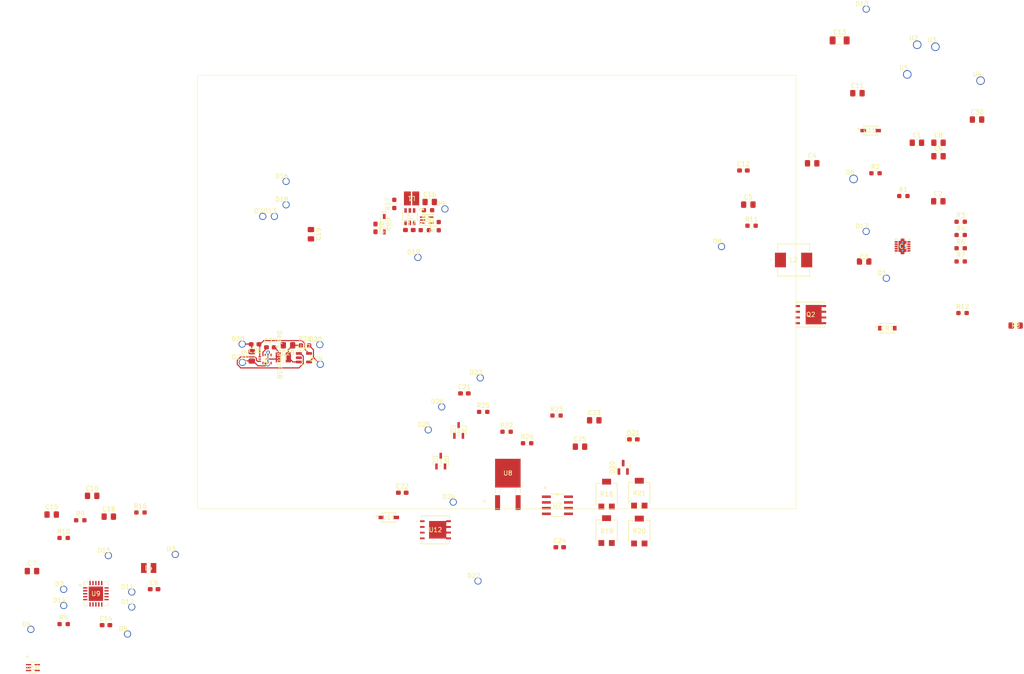
<source format=kicad_pcb>
(kicad_pcb (version 20221018) (generator pcbnew)
  (layers (0 "F.Cu" signal) (31 "B.Cu" signal) (34 "B.Paste" user) (35 "F.Paste" user) (36 "B.SilkS" user "B.Silkscreen") (37 "F.SilkS" user "F.Silkscreen") (38 "B.Mask" user) (39 "F.Mask" user) (44 "Edge.Cuts" user))
  (net 0 "")
  (net 1 "Net-(IC1-FB)")
  (net 2 "Net-(IC1-COMP)")
  (net 3 "Net-(IC1-RC)")
  (net 4 "Net-(IC1-SS)")
  (net 5 "Net-(D8-Conn)")
  (net 6 "Net-(C2-Pad1)")
  (net 7 "Net-(IC1-BP)")
  (net 8 "Net-(IC1-ISNS)")
  (net 9 "Net-(D10-Conn)")
  (net 10 "Net-(U9-BST)")
  (net 11 "Net-(D6-Conn)")
  (net 12 "Net-(C6-Pad2)")
  (net 13 "Net-(D2-Conn)")
  (net 14 "Net-(IC1-GDRV)")
  (net 15 "Net-(L2-Pad1)")
  (net 16 "Net-(D15-Conn)")
  (net 17 "Net-(D11-Conn)")
  (net 18 "GND")
  (net 19 "Net-(U9-SS)")
  (net 20 "Net-(D3-Conn)")
  (net 21 "Net-(D7-Conn)")
  (net 22 "Net-(D18-Conn)")
  (net 23 "Net-(U1-CB)")
  (net 24 "Net-(U1-SW)")
  (net 25 "Net-(D16-Conn)")
  (net 26 "Net-(U6-V+)")
  (net 27 "Net-(U8-VOUT)")
  (net 28 "GND1")
  (net 29 "Net-(D22-Conn)")
  (net 30 "Net-(D20-COM)")
  (net 31 "Net-(U7-CONT)")
  (net 32 "Net-(U7-RESET)")
  (net 33 "Net-(CR1-Pad1)")
  (net 34 "Net-(CR1-Pad2)")
  (net 35 "Net-(D20-A)")
  (net 36 "Net-(D20-K)")
  (net 37 "Net-(D21-K)")
  (net 38 "Net-(D21-A)")
  (net 39 "Net-(Q2-Pad1)")
  (net 40 "Net-(Q2-Pad4)")
  (net 41 "Net-(D4-Conn)")
  (net 42 "Net-(U10-IN-)")
  (net 43 "Net-(U10-OUT)")
  (net 44 "Net-(D9-Conn)")
  (net 45 "Net-(U6-IN-)")
  (net 46 "Net-(U1-FB)")
  (net 47 "Net-(U9-RT)")
  (net 48 "Net-(R18-Pad3)")
  (net 49 "Net-(U7-DISCH)")
  (net 50 "Net-(R20-Pad2)")
  (net 51 "Net-(U11-CATHODE)")
  (net 52 "Net-(U13-D)")
  (net 53 "Net-(D19-Conn)")
  (net 54 "Net-(D25-Conn)")
  (net 55 "Net-(D24-Conn)")
  (net 56 "Net-(D12-Conn)")
  (net 58 "Net-(D14-Conn)")
  (net 59 "Net-(D17-Conn)")
  (net 63 "Net-(U16-VCC)")
  (net 64 "GND2")
  (net 65 "Net-(U16-BOOT)")
  (net 66 "Net-(U16-SW)")
  (net 67 "Net-(U17-+)")
  (net 68 "Net-(D27-Conn)")
  (net 69 "Net-(D29-Conn)")
  (net 71 "Net-(U16-FB)")
  (footprint "Capacitor_SMD:C_0805_2012Metric_Pad1.18x1.45mm_HandSolder" (layer "F.Cu") (at 83.693 113.4618 180)
    (fp_text reference "C28")
    (fp_text value "C")
  )
  (footprint "Wire_holes:WireHole_1p5" (layer "F.Cu") (at 223.8502 46.5074)
    (fp_text reference "U2")
    (fp_text value "Mounting_Hole_M2")
  )
  (footprint "Resistor_SMD:R_0603_1608Metric_Pad0.98x0.95mm_HandSolder" (layer "F.Cu") (at 233.5436 91.8382)
    (fp_text reference "R6")
    (fp_text value "R")
  )
  (footprint "Wire_holes:WireHole_1p2" (layer "F.Cu") (at 83.2608 76.9446)
    (fp_text reference "D16")
    (fp_text value "WireHole_1p5")
  )
  (footprint "ul_ZXTR2012K-13:TO252-3L_DIO" (layer "F.Cu") (at 132.6642 141.9479)
    (fp_text reference "U8")
    (fp_text value "ZXTR2012K-13")
  )
  (footprint "Resistor_SMD:R_0603_1608Metric_Pad0.98x0.95mm_HandSolder" (layer "F.Cu") (at 117.2718 86.9188 90)
    (fp_text reference "R14")
    (fp_text value "R")
  )
  (footprint "Capacitor_SMD:C_0603_1608Metric_Pad1.08x0.95mm_HandSolder" (layer "F.Cu") (at 144.2212 158.4452)
    (fp_text reference "C24")
    (fp_text value "C")
  )
  (footprint "Resistor_SMD:R_0603_1608Metric_Pad0.98x0.95mm_HandSolder" (layer "F.Cu") (at 136.9568 135.2804)
    (fp_text reference "R24")
    (fp_text value "R")
  )
  (footprint "ul_3314G-1-103E:POT_3314G" (layer "F.Cu") (at 154.6606 146.6088)
    (fp_text reference "R18")
    (fp_text value "3314G-1-103E")
  )
  (footprint "Resistor_SMD:R_0603_1608Metric_Pad0.98x0.95mm_HandSolder" (layer "F.Cu") (at 114.8842 83.3628 180)
    (fp_text reference "R13")
    (fp_text value "R")
  )
  (footprint "Wire_holes:WireHole_1p2" (layer "F.Cu") (at 26.4033 176.7378)
    (fp_text reference "D4")
    (fp_text value "WireHole_1p5")
  )
  (footprint "Wire_holes:WireHole_1p5" (layer "F.Cu") (at 227.9142 46.9646)
    (fp_text reference "U3")
    (fp_text value "Mounting_Hole_M2")
  )
  (footprint "Wire_holes:WireHole_1p5" (layer "F.Cu") (at 221.6404 53.1114)
    (fp_text reference "U5")
    (fp_text value "Mounting_Hole_M2")
  )
  (footprint "Package_TO_SOT_SMD:SOT-23-5" (layer "F.Cu") (at 87.2435 116.2304)
    (fp_text reference "U17")
    (fp_text value "INA193")
  )
  (footprint "Wire_holes:WireHole_1p2" (layer "F.Cu") (at 216.9828 98.5266)
    (fp_text reference "D1")
    (fp_text value "WireHole_1p5")
  )
  (footprint "Capacitor_SMD:C_0805_2012Metric_Pad1.18x1.45mm_HandSolder" (layer "F.Cu") (at 151.9174 130.175)
    (fp_text reference "C23")
    (fp_text value "C")
  )
  (footprint "Wire_holes:WireHole_1p5" (layer "F.Cu") (at 209.693 76.4032)
    (fp_text reference "D6")
    (fp_text value "Wire_Pad_01")
  )
  (footprint "Resistor_SMD:R_0603_1608Metric_Pad0.98x0.95mm_HandSolder" (layer "F.Cu") (at 132.3848 132.715)
    (fp_text reference "R22")
    (fp_text value "R")
  )
  (footprint "Capacitor_SMD:C_0805_2012Metric_Pad1.18x1.45mm_HandSolder" (layer "F.Cu") (at 43.7681 151.6253)
    (fp_text reference "C18")
    (fp_text value "C")
  )
  (footprint "Resistor_SMD:R_0603_1608Metric_Pad0.98x0.95mm_HandSolder" (layer "F.Cu") (at 87.4776 113.4872)
    (fp_text reference "R26")
    (fp_text value "R")
  )
  (footprint "ul_MMSZ4697T1G:SOD-123_ONS" (layer "F.Cu") (at 213.487 65.6336)
    (fp_text reference "U15")
    (fp_text value "MMSZ4697T1G")
  )
  (footprint "ul_AO3401A:SOT-23-3L_AOS" (layer "F.Cu") (at 117.7163 139.2682)
    (fp_text reference "U13")
    (fp_text value "AO3401A")
  )
  (footprint "ul_3314G-1-103E:POT_3314G" (layer "F.Cu") (at 154.6606 154.7368)
    (fp_text reference "R19")
    (fp_text value "3314G-1-103E")
  )
  (footprint "ul_TPS40211DRCT:DRC0010J" (layer "F.Cu") (at 220.5896 91.429799)
    (fp_text reference "IC1")
    (fp_text value "TPS40211QDGQRQ1")
  )
  (footprint "Resistor_SMD:R_0603_1608Metric_Pad0.98x0.95mm_HandSolder" (layer "F.Cu") (at 33.7097 156.3751)
    (fp_text reference "R10")
    (fp_text value "R")
  )
  (footprint "Wire_holes:WireHole_1p2" (layer "F.Cu") (at 48.8823 168.4066)
    (fp_text reference "D11")
    (fp_text value "WireHole_1p5")
  )
  (footprint "Resistor_SMD:R_0603_1608Metric_Pad0.98x0.95mm_HandSolder" (layer "F.Cu") (at 107.3658 81.9658 90)
    (fp_text reference "R17")
    (fp_text value "R")
  )
  (footprint "Resistor_SMD:R_0805_2012Metric_Pad1.20x1.40mm_HandSolder" (layer "F.Cu") (at 245.7864 109.0676)
    (fp_text reference "R8")
    (fp_text value "R")
  )
  (footprint "ul_NE555DR:D8" (layer "F.Cu") (at 143.7132 149.098)
    (fp_text reference "U7")
    (fp_text value "NE555DR")
  )
  (footprint "ul_TLV9061IDCKR:DCK5_TEX" (layer "F.Cu") (at 26.8605 185.257201)
    (fp_text reference "U10")
    (fp_text value "TLV9061IDCKR")
  )
  (footprint "Wire_holes:WireHole_1p2" (layer "F.Cu") (at 47.9425 177.7792)
    (fp_text reference "D5")
    (fp_text value "WireHole_1p5")
  )
  (footprint "Capacitor_SMD:C_0805_2012Metric_Pad1.18x1.45mm_HandSolder" (layer "F.Cu") (at 223.7939 68.3386)
    (fp_text reference "C1")
    (fp_text value "C")
  )
  (footprint "Capacitor_SMD:C_0805_2012Metric_Pad1.18x1.45mm_HandSolder" (layer "F.Cu") (at 115.2652 81.534)
    (fp_text reference "C16")
    (fp_text value "C")
  )
  (footprint "Capacitor_SMD:C_0603_1608Metric_Pad1.08x0.95mm_HandSolder" (layer "F.Cu") (at 109.1438 146.304)
    (fp_text reference "C22")
    (fp_text value "C")
  )
  (footprint "Capacitor_SMD:C_0805_2012Metric_Pad1.18x1.45mm_HandSolder" (layer "F.Cu") (at 200.4607 72.9234)
    (fp_text reference "C4")
    (fp_text value "C")
  )
  (footprint "Wire_holes:WireHole_1p2" (layer "F.Cu") (at 83.2608 82.1446)
    (fp_text reference "D18")
    (fp_text value "WireHole_1p5")
  )
  (footprint "Wire_holes:WireHole_1p2" (layer "F.Cu") (at 126.0094 165.9636)
    (fp_text reference "D22")
    (fp_text value "WireHole_1p5")
  )
  (footprint "Wire_holes:WireHole_1p2" (layer "F.Cu") (at 73.533 117.2718)
    (fp_text reference "D27")
    (fp_text value "WireHole_1p5")
  )
  (footprint "Capacitor_SMD:C_0805_2012Metric_Pad1.18x1.45mm_HandSolder" (layer "F.Cu") (at 212.0392 94.7928)
    (fp_text reference "C3")
    (fp_text value "C")
  )
  (footprint "Capacitor_SMD:C_0805_2012Metric_Pad1.18x1.45mm_HandSolder" (layer "F.Cu") (at 148.7424 136.0424)
    (fp_text reference "C25")
    (fp_text value "C")
  )
  (footprint "Wire_holes:WireHole_1p2" (layer "F.Cu") (at 43.6753 160.304)
    (fp_text reference "D15")
    (fp_text value "WireHole_1p5")
  )
  (footprint "Wire_holes:WireHole_1p2" (layer "F.Cu") (at 73.4822 113.1824)
    (fp_text reference "D30")
    (fp_text value "WireHole_1p5")
  )
  (footprint "Capacitor_SMD:C_0805_2012Metric_Pad1.18x1.45mm_HandSolder" (layer "F.Cu") (at 228.5613 81.3816)
    (fp_text reference "C2")
    (fp_text value "C")
  )
  (footprint "Capacitor_SMD:C_0805_2012Metric_Pad1.18x1.45mm_HandSolder" (layer "F.Cu") (at 75.6158 115.9256 90)
    (fp_text reference "C29")
    (fp_text value "C")
  )
  (footprint "ul_PMEG10020ELRX:CFP3_SOD123W_NEX" (layer "F.Cu") (at 217.1954 109.6518)
    (fp_text reference "CR1")
    (fp_text value "PMEG10020ELRX")
  )
  (footprint "ul_MAX17504ATP:21-0140_T2055&plus_4C_MXM" (layer "F.Cu") (at 40.894 168.8084)
    (fp_text reference "U9")
    (fp_text value "MAX17504ATP+")
  )
  (footprint "ul_3314G-1-103E:POT_3314G" (layer "F.Cu") (at 161.9504 154.8384)
    (fp_text reference "R20")
    (fp_text value "3314G-1-103E")
  )
  (footprint "ul_SI7852DP-T1:POWERPAK_SO-8_SINGLE_VIS" (layer "F.Cu") (at 200.152 106.6292)
    (fp_text reference "Q2")
    (fp_text value "SI7852DP-T1")
  )
  (footprint "Capacitor_SMD:C_0805_2012Metric_Pad1.18x1.45mm_HandSolder" (layer "F.Cu") (at 186.2367 82.1182)
    (fp_text reference "C5")
    (fp_text value "C")
  )
  (footprint "Resistor_SMD:R_0603_1608Metric_Pad0.98x0.95mm_HandSolder" (layer "F.Cu") (at 186.96 86.8172)
    (fp_text reference "R11")
    (fp_text value "R")
  )
  (footprint "Wire_holes:WireHole_1p2" (layer "F.Cu") (at 78.0608 84.7446)
    (fp_text reference "D7")
    (fp_text value "WireHole_1p5")
  )
  (footprint "Capacitor_SMD:C_0603_1608Metric_Pad1.08x0.95mm_HandSolder" (layer "F.Cu") (at 110.7197 87.7824)
    (fp_text reference "C17")
    (fp_text value "C")
  )
  (footprint "Capacitor_SMD:C_0805_2012Metric_Pad1.18x1.45mm_HandSolder" (layer "F.Cu") (at 26.6573 163.7584)
    (fp_text reference "C7")
    (fp_text value "C")
  )
  (footprint "Wire_holes:WireHole_1p2" (layer "F.Cu") (at 90.8812 117.7036)
    (fp_text reference "D29")
    (fp_text value "WireHole_1p5")
  )
  (footprint "LED_SMD:LED_0603_1608Metric_Pad1.05x0.95mm_HandSolder" (layer "F.Cu") (at 160.6296 134.4168)
    (fp_text reference "D21")
    (fp_text value "LED")
  )
  (footprint "ul_TFM252012ALMA-3R3MTAA:IND_TFM252012_TDK" (layer "F.Cu") (at 52.6542 163.0726)
    (fp_text reference "L4")
    (fp_text value "TFM252012ALMA-3R3MTAA")
  )
  (footprint "Wire_holes:WireHole_1p2" (layer "F.Cu") (at 33.7185 167.8224)
    (fp_text reference "D2")
    (fp_text value "WireHole_1p5")
  )
  (footprint "Resistor_SMD:R_0603_1608Metric_Pad0.98x0.95mm_HandSolder" (layer "F.Cu") (at 220.7768 80.2132)
    (fp_text reference "R1")
    (fp_text value "R")
  )
  (footprint "Resistor_SMD:R_0603_1608Metric_Pad0.98x0.95mm_HandSolder" (layer "F.Cu") (at 233.5436 88.8882)
    (fp_text reference "R4")
    (fp_text value "R")
  )
  (footprint "Wire_holes:WireHole_1p2" (layer "F.Cu") (at 58.5851 160.05)
    (fp_text reference "D3")
    (fp_text value "WireHole_1p5")
  )
  (footprint "ul_SRP7050AA-470M:IND_SRP7050AA_BRN" (layer "F.Cu") (at 196.3166 94.4626)
    (fp_text reference "L2")
    (fp_text value "SRP7050AA-220M")
  )
  (footprint "Wire_holes:WireHole_1p2" (layer "F.Cu") (at 118.6434 83.0834)
    (fp_text reference "D9")
    (fp_text value "WireHole_1p5")
  )
  (footprint "Capacitor_SMD:C_0603_1608Metric_Pad1.08x0.95mm_HandSolder" (layer "F.Cu") (at 79.756 113.919)
    (fp_text reference "C27")
    (fp_text value locked "C")
  )
  (footprint "Resistor_SMD:R_0603_1608Metric_Pad0.98x0.95mm_HandSolder" (layer "F.Cu") (at 143.51 129.1082)
    (fp_text reference "R23")
    (fp_text value "R")
  )
  (footprint "Capacitor_SMD:C_0603_1608Metric_Pad1.08x0.95mm_HandSolder" (layer "F.Cu") (at 185.1406 74.5236)
    (fp_text reference "C12")
    (fp_text value "C")
  )
  (footprint "Capacitor_SMD:C_0805_2012Metric_Pad1.18x1.45mm_HandSolder" (layer "F.Cu") (at 228.6039 71.3486)
    (fp_text reference "C9")
    (fp_text value "C")
  )
  (footprint "Wire_holes:WireHole_1p2" (layer "F.Cu") (at 114.935 132.2832)
    (fp_text reference "D25")
    (fp_text value "WireHole_1p5")
  )
  (footprint "Capacitor_SMD:C_0805_2012Metric_Pad1.18x1.45mm_HandSolder" (layer "F.Cu") (at 210.5445 57.3024)
    (fp_text reference "C11")
    (fp_text value "C")
  )
  (footprint "ul_LQM2HPN4R7MG0L:IND_LQM2HPN4R7MG0L_MUR" (layer "F.Cu") (at 82.6516 116.1542 180)
    (fp_text reference "L3")
    (fp_text value "LQM2HPN4R7MG0L")
  )
  (footprint "Capacitor_SMD:C_0603_1608Metric_Pad1.08x0.95mm_HandSolder" (layer "F.Cu") (at 53.8618 167.797)
    (fp_text reference "C6")
    (fp_text value "C")
  )
  (footprint "ul_TLV9061IDCKR:DCK5_TEX" (layer "F.Cu") (at 114.6048 85.557601)
    (fp_text reference "U6")
    (fp_text value "TLV9061IDCKR")
  )
  (footprint "ul_AO3401A:SOT-23-3L_AOS" (layer "F.Cu") (at 121.7041 132.4356)
    (fp_text reference "U14")
    (fp_text value "AO3401A")
  )
  (footprint "Wire_holes:WireHole_1p2" (layer "F.Cu") (at 180.2638 91.4654)
    (fp_text reference "D8")
    (fp_text value "WireHole_1p5")
  )
  (footprint "Resistor_SMD:R_0603_1608Metric_Pad0.98x0.95mm_HandSolder" (layer "F.Cu") (at 127.1778 128.2954)
    (fp_text reference "R25")
    (fp_text value "R")
  )
  (footprint "ul_SI7489DP-T1-E3:MOSFET_65DP-T1-E3_VIS" (layer "F.Cu") (at 116.5352 154.559)
    (fp_text reference "U12")
    (fp_text value "SI7489DP-T1-E3")
  )
  (footprint "ul_3314G-1-103E:POT_3314G" (layer "F.Cu") (at 161.9504 146.4056)
    (fp_text reference "R21")
    (fp_text value "3314G-1-103E")
  )
  (footprint "Wire_holes:WireHole_1p2" (layer "F.Cu") (at 212.487 88.0872)
    (fp_text reference "D17")
    (fp_text value "WireHole_1p5")
  )
  (footprint "Resistor_SMD:R_0603_1608Metric_Pad0.98x0.95mm_HandSolder" (layer "F.Cu") (at 214.5698 75.1332)
    (fp_text reference "R2")
    (fp_text value "R")
  )
  (footprint "Capacitor_SMD:C_0603_1608Metric_Pad1.08x0.95mm_HandSolder" (layer "F.Cu") (at 76.3524 113.2332 180)
    (fp_text reference "C26")
    (fp_text value "C")
  )
  (footprint "ul_MMSZ4697T1G:SOD-123_ONS" (layer "F.Cu") (at 106.1466 151.8158)
    (fp_text reference "U11")
    (fp_text value "MMSZ4697T1G")
  )
  (footprint "Resistor_SMD:R_0603_1608Metric_Pad0.98x0.95mm_HandSolder" (layer "F.Cu") (at 50.8293 150.7109)
    (fp_text reference "R16")
    (fp_text value "R")
  )
  (footprint "Capacitor_SMD:C_0603_1608Metric_Pad1.08x0.95mm_HandSolder" (layer "F.Cu") (at 103.1748 87.3042 -90)
    (fp_text reference "C20")
    (fp_text value "C")
  )
  (footprint "Capacitor_SMD:C_1206_3216Metric_Pad1.33x1.80mm_HandSolder" (layer "F.Cu") (at 206.5782 45.5422)
    (fp_text reference "C13")
    (fp_text value "C")
  )
  (footprint "Wire_holes:WireHole_1p2" (layer "F.Cu") (at 212.4964 38.5572)
    (fp_text reference "D10")
    (fp_text value "WireHole_1p5")
  )
  (footprint "Capacitor_SMD:C_0805_2012Metric_Pad1.18x1.45mm_HandSolder" (layer "F.Cu") (at 31.0427 151.1681)
    (fp_text reference "C15")
    (fp_text value "C")
  )
  (footprint "Capacitor_SMD:C_0603_1608Metric_Pad1.08x0.95mm_HandSolder" (layer "F.Cu") (at 122.9879 124.1806)
    (fp_text reference "C21")
    (fp_text value "C")
  )
  (footprint "Wire_holes:WireHole_1p2" (layer "F.Cu") (at 112.6236 93.8784)
    (fp_text reference "D19")
    (fp_text value "WireHole_1p5")
  )
  (footprint "Resistor_SMD:R_0603_1608Metric_Pad0.98x0.95mm_HandSolder" (layer "F.Cu") (at 33.7185 175.5694)
    (fp_text reference "R5")
    (fp_text value "R")
  )
  (footprint "Capacitor_SMD:C_0805_2012Metric_Pad1.18x1.45mm_HandSolder" (layer "F.Cu") (at 88.7984 88.7183 -90)
    (fp_text reference "C19")
    (fp_text value "C")
  )
  (footprint "Capacitor_SMD:C_0603_1608Metric_Pad1.08x0.95mm_HandSolder" (layer "F.Cu") (at 43.1408 175.798)
    (fp_text reference "C14")
    (fp_text value "C")
  )
  (footprint "Resistor_SMD:R_0603_1608Metric_Pad0.98x0.95mm_HandSolder" (layer "F.Cu") (at 233.5436 85.9382)
    (fp_text reference "R3")
    (fp_text value "R")
  )
  (footprint "Wire_holes:WireHole_1p2" (layer "F.Cu") (at 48.8823 171.7594)
    (fp_text reference "D12")
    (fp_text value "WireHole_1p5")
  )
  (footprint "Resistor_SMD:R_0603_1608Metric_Pad0.98x0.95mm_HandSolder" (layer "F.Cu") (at 233.5436 94.7882)
    (fp_text reference "R7")
    (fp_text value "R")
  )
  (footprint "Capacitor_SMD:C_0805_2012Metric_Pad1.18x1.45mm_HandSolder" (layer "F.Cu") (at 237.1852 63.1698)
    (fp_text reference "C30")
    (fp_text value "C")
  )
  (footprint "Resistor_SMD:R_0603_1608Metric_Pad0.98x0.95mm_HandSolder" (layer "F.Cu") (at 37.4181 152.4381)
    (fp_text reference "R9")
    (fp_text value "R")
  )
  (footprint "Wire_holes:WireHole_1p2" (layer "F.Cu") (at 90.7796 113.3094)
    (fp_text reference "D28")
    (fp_text value "WireHole_1p5")
  )
  (footprint "Wire_holes:WireHole_1p2" (layer "F.Cu") (at 117.9322 127.1778)
    (fp_text reference "D26")
    (fp_text value "WireHole_1p5")
  )
  (footprint "Wire_holes:WireHole_1p2" (layer "F.Cu") (at 33.7185 171.4292)
    (fp_text reference "D14")
    (fp_text value "WireHole_1p5")
  )
  (footprint "Capacitor_SMD:C_0805_2012Metric_Pad1.18x1.45mm_HandSolder" (layer "F.Cu") (at 40.0636 147.0025)
    (fp_text reference "C10")
    (fp_text value "C")
  )
  (footprint "Wire_holes:WireHole_1p5" (layer "F.Cu") (at 237.9726 54.5084)
    (fp_text reference "U4")
    (fp_text value "Mounting_Hole_M2")
  )
  (footprint "ul_LMR33620BQRNXTQ1:RNX0012B" (layer "F.Cu") (at 78.7908 116.524199 -90)
    (fp_text reference "U16")
    (fp_text value "LMR33620BQRNXTQ1")
  )
  (footprint "Capacitor_SMD:C_0805_2012Metric_Pad1.18x1.45mm_HandSolder" (layer "F.Cu") (at 228.6039 68.3386)
    (fp_text reference "C8")
    (fp_text value "C")
  )
  (footprint "Resistor_SMD:R_0603_1608Metric_Pad0.98x0.95mm_HandSolder" (layer "F.Cu") (at 233.9594 106.2736)
    (fp_text reference "R12")
    (fp_text value "R")
  )
  (footprint "ul_VLS3012HBX-3R3M:IND_VLS3012HBX-3R3M_TDK" (layer "F.Cu") (at 111.2139 80.7466 180)
    (fp_text reference "L1")
    (fp_text value "VLS3012HBX-3R3M")
  )
  (footprint "ul_LMR51420XDDCR:SOT23_DDC_TEX" (layer "F.Cu") (at 110.835399 84.80425 -90)
    (fp_text reference "U1")
    (fp_text value "LMR51420XDDCR")
  )
  (footprint "Resistor_SMD:R_0603_1608Metric_Pad0.98x0.95mm_HandSolder" (layer "F.Cu") (at 114.173 87.8078)
    (fp_text reference "R15")
    (fp_text value "R")
  )
  (footprint "MMSZ5228B:SOD123_DIO" (layer "F.Cu") (at 105.1306 86.4892 -90)
    (fp_text reference "CR2")
    (fp_text value "MMSZ5228B-7-F")
  )
  (footprint "Wire_holes:WireHole_1p2" (layer "F.Cu") (at 120.4976 148.3868)
    (fp_text reference "D24")
    (fp_text value "WireHole_1p5")
  )
  (footprint "Package_TO_SOT_SMD:SOT-23" (layer "F.Cu") (at 158.3588 140.6421 90)
    (fp_text reference "D20")
    (fp_text value "BAT54S")
  )
  (footprint "Wire_holes:WireHole_1p2" (layer "F.Cu") (at 126.5174 120.7008)
    (fp_text reference "D23")
    (fp_text value "WireHole_1p5")
  )
  (footprint "Wire_holes:WireHole_1p2" (layer "F.Cu") (at 80.6608 84.7446)
    (fp_text reference "D13")
    (fp_text value "WireHole_1p5")
  )
  (gr_line (start 63.5 53.34) (end 196.85 53.34) (stroke (width 0.1)) (layer "F.SilkS"))
  (gr_line (start 196.85 149.86) (end 63.5 149.86) (stroke (width 0.1)) (layer "F.SilkS"))
  (gr_line (start 196.85 53.34) (end 196.85 149.86) (stroke (width 0.1)) (layer "F.SilkS"))
  (gr_line (start 63.5 149.86) (end 63.5 53.34) (stroke (width 0.1)) (layer "F.SilkS"))
  (segment (start 87.3878 114.2872) (end 87.3878 113.026905) (width 0.25) (layer "F.Cu") (net 63))
  (segment (start 88.381 115.2804) (end 87.3878 114.2872) (width 0.25) (layer "F.Cu") (net 63))
  (segment (start 87.3878 113.026905) (end 86.772695 112.4118) (width 0.25) (layer "F.Cu") (net 63))
  (segment (start 86.772695 112.4118) (end 78.2903 112.4118) (width 0.25) (layer "F.Cu") (net 63))
  (segment (start 77.3908 113.3113) (end 77.4689 113.2332) (width 0.25) (layer "F.Cu") (net 63))
  (segment (start 77.3908 116.0242) (end 77.3908 113.3113) (width 0.25) (layer "F.Cu") (net 63))
  (segment (start 78.2903 112.4118) (end 77.4689 113.2332) (width 0.25) (layer "F.Cu") (net 63))
  (segment (start 75.4391 113.1824) (end 75.4899 113.2332) (width 0.25) (layer "F.Cu") (net 64))
  (segment (start 75.6158 113.3591) (end 75.4899 113.2332) (width 0.25) (layer "F.Cu") (net 64))
  (segment (start 75.6158 114.8881) (end 75.6158 113.3591) (width 0.25) (layer "F.Cu") (net 64))
  (segment (start 73.4822 113.1824) (end 75.4391 113.1824) (width 0.25) (layer "F.Cu") (net 64))
  (segment (start 78.1158 115.624198) (end 78.1158 115.0026) (width 0.25) (layer "F.Cu") (net 65))
  (segment (start 78.1158 115.0026) (end 79.1994 113.919) (width 0.25) (layer "F.Cu") (net 65))
  (segment (start 79.578799 116.524199) (end 81.164001 116.524199) (width 0.25) (layer "F.Cu") (net 66))
  (segment (start 80.6185 113.919) (end 81.534 114.8345) (width 0.25) (layer "F.Cu") (net 66))
  (segment (start 80.8725 113.7666) (end 80.7709 113.7666) (width 0.25) (layer "F.Cu") (net 66))
  (segment (start 81.534 114.8345) (end 81.534 116.1542) (width 0.25) (layer "F.Cu") (net 66))
  (segment (start 80.7709 113.7666) (end 80.6185 113.919) (width 0.25) (layer "F.Cu") (net 66))
  (segment (start 81.164001 116.524199) (end 81.534 116.1542) (width 0.25) (layer "F.Cu") (net 66))
  (segment (start 86.5397 113.4618) (end 86.5651 113.4872) (width 0.25) (layer "F.Cu") (net 67))
  (segment (start 83.7692 116.1542) (end 83.7692 114.4231) (width 0.25) (layer "F.Cu") (net 67))
  (segment (start 83.7692 114.4231) (end 84.7305 113.4618) (width 0.25) (layer "F.Cu") (net 67))
  (segment (start 84.7305 113.4618) (end 86.5397 113.4618) (width 0.25) (layer "F.Cu") (net 67))
  (segment (start 86.106 117.1804) (end 84.7954 117.1804) (width 0.25) (layer "F.Cu") (net 67))
  (segment (start 84.7954 117.1804) (end 83.7692 116.1542) (width 0.25) (layer "F.Cu") (net 67))
  (segment (start 77.010599 118.049199) (end 75.9206 116.9592) (width 0.25) (layer "F.Cu") (net 68))
  (segment (start 75.5689 116.9162) (end 75.6158 116.9631) (width 0.25) (layer "F.Cu") (net 68))
  (segment (start 78.565799 118.049199) (end 77.010599 118.049199) (width 0.25) (layer "F.Cu") (net 68))
  (segment (start 73.8886 116.9162) (end 75.5689 116.9162) (width 0.25) (layer "F.Cu") (net 68))
  (segment (start 73.533 117.2718) (end 73.8886 116.9162) (width 0.25) (layer "F.Cu") (net 68))
  (segment (start 78.615799 117.999199) (end 78.565799 118.049199) (width 0.25) (layer "F.Cu") (net 68))
  (segment (start 78.615799 117.4242) (end 78.615799 117.999199) (width 0.25) (layer "F.Cu") (net 68))
  (segment (start 79.2658 117.4242) (end 78.615799 117.4242) (width 0.25) (layer "F.Cu") (net 68))
  (via (at 79.266002 115.035126) (size 0.8) (drill 0.4) (layers "F.Cu" "B.Cu") (net 68))
  (via (at 79.193443 117.774867) (size 0.8) (drill 0.4) (layers "F.Cu" "B.Cu") (net 68))
  (segment (start 79.193443 115.107685) (end 79.266002 115.035126) (width 0.25) (layer "B.Cu") (net 68))
  (segment (start 79.193443 117.774867) (end 79.193443 115.107685) (width 0.25) (layer "B.Cu") (net 68))
  (segment (start 89.3685 114.4656) (end 89.3685 116.1929) (width 0.25) (layer "F.Cu") (net 69))
  (segment (start 89.3685 116.1929) (end 88.381 117.1804) (width 0.25) (layer "F.Cu") (net 69))
  (segment (start 89.3705 116.1929) (end 89.3685 116.1929) (width 0.25) (layer "F.Cu") (net 69))
  (segment (start 88.3901 113.4872) (end 89.3685 114.4656) (width 0.25) (layer "F.Cu") (net 69))
  (segment (start 90.8812 117.7036) (end 89.3705 116.1929) (width 0.25) (layer "F.Cu") (net 69))
  (segment (start 73.169408 118.499199) (end 72.408 117.737791) (width 0.25) (layer "F.Cu") (net 71))
  (segment (start 87.0935 115.883649) (end 87.0935 117.527151) (width 0.25) (layer "F.Cu") (net 71))
  (segment (start 73.163209 116.0506) (end 76.328973 116.0506) (width 0.25) (layer "F.Cu") (net 71))
  (segment (start 76.6658 116.787011) (end 76.902987 117.024198) (width 0.25) (layer "F.Cu") (net 71))
  (segment (start 86.106 115.2804) (end 86.490251 115.2804) (width 0.25) (layer "F.Cu") (net 71))
  (segment (start 72.408 117.737791) (end 72.408 116.805809) (width 0.25) (layer "F.Cu") (net 71))
  (segment (start 87.0935 117.527151) (end 86.121452 118.499199) (width 0.25) (layer "F.Cu") (net 71))
  (segment (start 76.328973 116.0506) (end 76.6658 116.387427) (width 0.25) (layer "F.Cu") (net 71))
  (segment (start 76.6658 116.387427) (end 76.6658 116.787011) (width 0.25) (layer "F.Cu") (net 71))
  (segment (start 86.121452 118.499199) (end 73.169408 118.499199) (width 0.25) (layer "F.Cu") (net 71))
  (segment (start 72.408 116.805809) (end 73.163209 116.0506) (width 0.25) (layer "F.Cu") (net 71))
  (segment (start 86.490251 115.2804) (end 87.0935 115.883649) (width 0.25) (layer "F.Cu") (net 71))
  (segment (start 76.902987 117.024198) (end 77.3908 117.024198) (width 0.25) (layer "F.Cu") (net 71))
)
</source>
